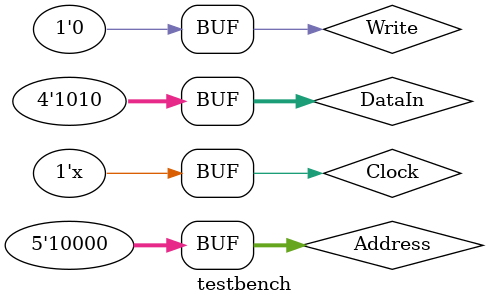
<source format=v>
`timescale 1ns / 1ps

module testbench ( );

	parameter CLOCK_PERIOD = 20;

    reg Clock, Write;	
	reg [3:0] DataIn;
	reg [4:0] Address;
    wire [3:0] DataOut;

	initial begin
        Clock <= 1'b0;
	end // initial
	always @ (*)
	begin : Clock_Generator
		#((CLOCK_PERIOD) / 2) Clock <= ~Clock;
	end
	
	initial begin
        Write <= 1'b0;
        DataIn <= 4'b1010;
	end // initial

	initial begin
        Address <= 5'b0;
        #20 Address <= 5'b1;
        #20 Address <= 5'b10;
        #20 Address <= 5'b10000; Write <= 1'b1;
        #20 Write <= 1'b0; Address <= 5'b11;
        #20 Address <= 5'b10000;
	end // initial

	part1 U1 (Clock, DataIn, DataOut, Address, Write);

endmodule

</source>
